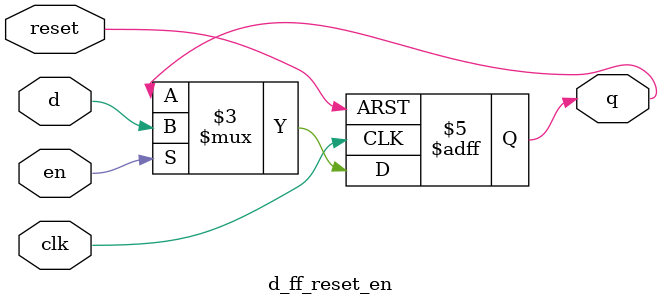
<source format=v>
module d_ff_reset_en
(
    //asynchronous reset
    //synchronous en
    input wire clk,
    input wire reset,
    input wire en,
    input wire d,
    output reg q
);

always @(posedge clk, posedge reset) 
begin
    if(reset)
        q <= 1'b0;
    else if(en)
        q <= d;
    else
        q <= q;
end

endmodule
</source>
